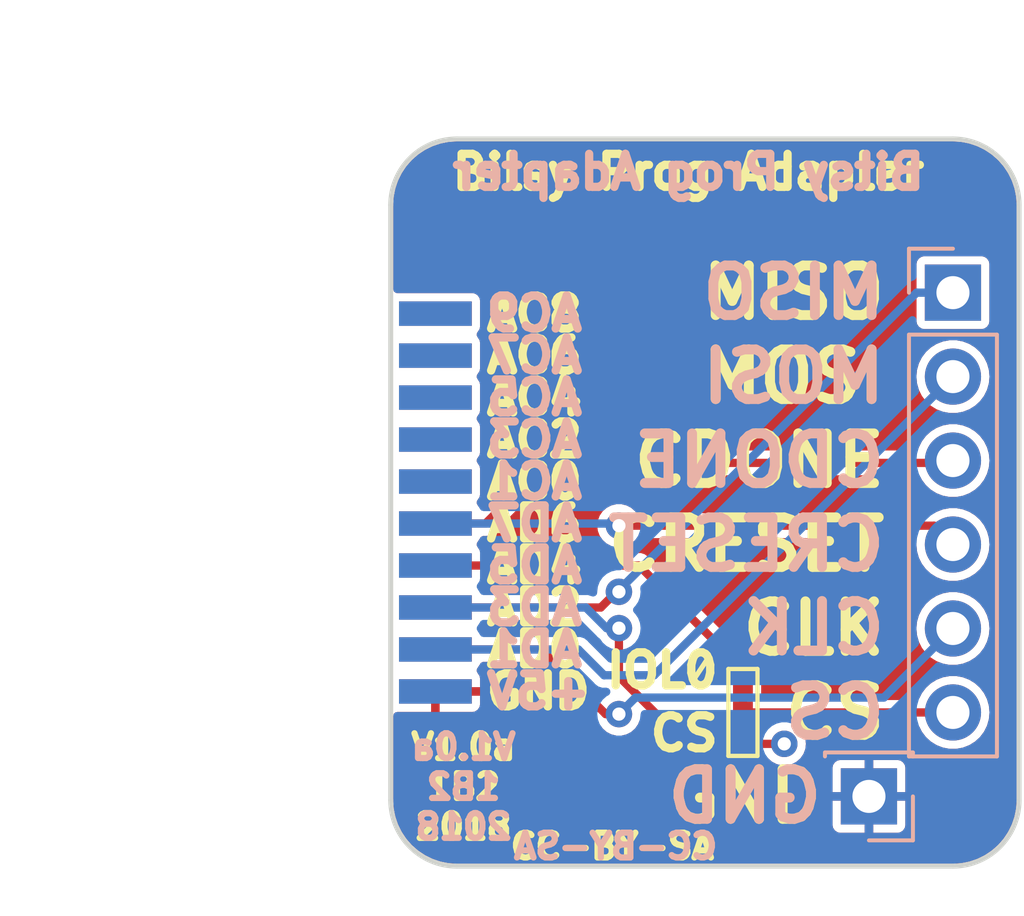
<source format=kicad_pcb>
(kicad_pcb (version 20221018) (generator pcbnew)
  (title_block (title "ftdi bitsy prog adapter") (rev "V1.0a") (company "1BitSquared") (comment 1 "2018 (C) 1BitSquared <info@1bitsquared.com>") (comment 2 "2018 (C) Piotr Esden-Tempski <piotr@esden.net>") (comment 3 "License: CC-BY-SA 4.0"))
  (layers (0 "F.Cu" signal) (31 "B.Cu" signal) (34 "B.Paste" user) (35 "F.Paste" user) (36 "B.SilkS" user "B.Silkscreen") (37 "F.SilkS" user "F.Silkscreen") (38 "B.Mask" user) (39 "F.Mask" user) (44 "Edge.Cuts" user))
  (net 0 "")
  (net 1 "GND")
  (net 2 "+5V")
  (net 3 "/DO")
  (net 4 "/CS")
  (net 5 "/GPIOL1")
  (net 6 "/GPIOL3")
  (net 7 "/SK")
  (net 8 "/DI")
  (net 9 "/GPIOL0")
  (net 10 "/GPIOL2")
  (net 11 "/GPIOH0")
  (net 12 "/GPIOH2")
  (net 13 "/GPIOH4")
  (net 14 "/GPIOH6")
  (net 15 "/GPIOH8")
  (net 16 "/GPIOH1")
  (net 17 "/GPIOH3")
  (net 18 "/GPIOH5")
  (net 19 "/GPIOH7")
  (net 20 "/GPIOH9")
  (footprint "pkl_jumpers:J_0602" (layer "F.Cu") (at 40.65 50.35 -90)
    (fp_text reference "J2")
    (fp_text value "CS")
    (fp_line (start -1.315 -0.44) (end -1.315 0.44) (stroke (width 0.13)) (layer "F.SilkS"))
    (fp_line (start -1.315 -0.44) (end 1.315 -0.44) (stroke (width 0.13)) (layer "F.SilkS"))
    (fp_line (start 1.315 -0.44) (end 1.315 0.44) (stroke (width 0.13)) (layer "F.SilkS"))
    (fp_line (start 1.315 0.44) (end -1.315 0.44) (stroke (width 0.13)) (layer "F.SilkS"))
    (pad "1" smd rect (at -0.85 0 270) (size 0.65 0.6) (layers "F.Cu" "F.Paste" "F.Mask") (net 9 "/GPIOL0"))
    (pad "2" smd rect (at 0 0 270) (size 0.65 0.6) (layers "F.Cu" "F.Paste" "F.Mask") (net 9 "/GPIOL0"))
    (pad "3" smd rect (at 0.85 0 270) (size 0.65 0.6) (layers "F.Cu" "F.Paste" "F.Mask") (net 4 "/CS"))
  )
  (footprint "pkl_samtec:FTSH-EDGE-20pin" (layer "B.Cu") (at 30 44 90)
    (fp_text reference "J1")
    (fp_text value "Conn")
    (pad "1" smd rect (at -5.715 1.35 90) (size 0.74 2.2) (layers "B.Cu" "B.Paste" "B.Mask") (net 2 "+5V"))
    (pad "2" smd rect (at -5.715 1.35 90) (size 0.74 2.2) (layers "F.Cu" "F.Paste" "F.Mask") (net 1 "GND"))
    (pad "3" smd rect (at -4.445 1.35 90) (size 0.74 2.2) (layers "B.Cu" "B.Paste" "B.Mask") (net 3 "/DO"))
    (pad "4" smd rect (at -4.445 1.35 90) (size 0.74 2.2) (layers "F.Cu" "F.Paste" "F.Mask") (net 7 "/SK"))
    (pad "5" smd rect (at -3.175 1.35 90) (size 0.74 2.2) (layers "B.Cu" "B.Paste" "B.Mask") (net 4 "/CS"))
    (pad "6" smd rect (at -3.175 1.35 90) (size 0.74 2.2) (layers "F.Cu" "F.Paste" "F.Mask") (net 8 "/DI"))
    (pad "7" smd rect (at -1.905 1.35 90) (size 0.74 2.2) (layers "B.Cu" "B.Paste" "B.Mask") (net 5 "/GPIOL1"))
    (pad "8" smd rect (at -1.905 1.35 90) (size 0.74 2.2) (layers "F.Cu" "F.Paste" "F.Mask") (net 9 "/GPIOL0"))
    (pad "9" smd rect (at -0.635 1.35 90) (size 0.74 2.2) (layers "B.Cu" "B.Paste" "B.Mask") (net 6 "/GPIOL3"))
    (pad "10" smd rect (at -0.635 1.35 90) (size 0.74 2.2) (layers "F.Cu" "F.Paste" "F.Mask") (net 10 "/GPIOL2"))
    (pad "11" smd rect (at 0.635 1.35 90) (size 0.74 2.2) (layers "B.Cu" "B.Paste" "B.Mask") (net 16 "/GPIOH1"))
    (pad "12" smd rect (at 0.635 1.35 90) (size 0.74 2.2) (layers "F.Cu" "F.Paste" "F.Mask") (net 11 "/GPIOH0"))
    (pad "13" smd rect (at 1.905 1.35 90) (size 0.74 2.2) (layers "B.Cu" "B.Paste" "B.Mask") (net 17 "/GPIOH3"))
    (pad "14" smd rect (at 1.905 1.35 90) (size 0.74 2.2) (layers "F.Cu" "F.Paste" "F.Mask") (net 12 "/GPIOH2"))
    (pad "15" smd rect (at 3.175 1.35 90) (size 0.74 2.2) (layers "B.Cu" "B.Paste" "B.Mask") (net 18 "/GPIOH5"))
    (pad "16" smd rect (at 3.175 1.35 90) (size 0.74 2.2) (layers "F.Cu" "F.Paste" "F.Mask") (net 13 "/GPIOH4"))
    (pad "17" smd rect (at 4.445 1.35 90) (size 0.74 2.2) (layers "B.Cu" "B.Paste" "B.Mask") (net 19 "/GPIOH7"))
    (pad "18" smd rect (at 4.445 1.35 90) (size 0.74 2.2) (layers "F.Cu" "F.Paste" "F.Mask") (net 14 "/GPIOH6"))
    (pad "19" smd rect (at 5.715 1.35 90) (size 0.74 2.2) (layers "B.Cu" "B.Paste" "B.Mask") (net 20 "/GPIOH9"))
    (pad "20" smd rect (at 5.715 1.35 90) (size 0.74 2.2) (layers "F.Cu" "F.Paste" "F.Mask") (net 15 "/GPIOH8"))
  )
  (footprint "Connector_PinSocket_2.54mm:PinSocket_1x01_P2.54mm_Vertical" (layer "B.Cu") (at 44.46 52.89)
    (fp_text reference "J3")
    (fp_text value "GND")
    (fp_line (start -1.33 -1.33) (end 1.33 -1.33) (stroke (width 0.12)) (layer "B.SilkS"))
    (fp_line (start -1.33 -1.21) (end -1.33 -1.33) (stroke (width 0.12)) (layer "B.SilkS"))
    (fp_line (start 0 1.33) (end 1.33 1.33) (stroke (width 0.12)) (layer "B.SilkS"))
    (fp_line (start 1.33 -1.21) (end 1.33 -1.33) (stroke (width 0.12)) (layer "B.SilkS"))
    (fp_line (start 1.33 1.33) (end 1.33 0) (stroke (width 0.12)) (layer "B.SilkS"))
    (pad "1" thru_hole rect (at 0 0) (size 1.7 1.7) (drill 1) (layers "*.Cu" "*.Mask") (net 1 "GND"))
  )
  (footprint "Connector_PinSocket_2.54mm:PinSocket_1x06_P2.54mm_Vertical" (layer "B.Cu") (at 47 37.65 180)
    (fp_text reference "J4")
    (fp_text value "Prog")
    (fp_line (start -1.33 -14.03) (end 1.33 -14.03) (stroke (width 0.12)) (layer "B.SilkS"))
    (fp_line (start -1.33 -1.27) (end -1.33 -14.03) (stroke (width 0.12)) (layer "B.SilkS"))
    (fp_line (start -1.33 -1.27) (end 1.33 -1.27) (stroke (width 0.12)) (layer "B.SilkS"))
    (fp_line (start 0 1.33) (end 1.33 1.33) (stroke (width 0.12)) (layer "B.SilkS"))
    (fp_line (start 1.33 -1.27) (end 1.33 -14.03) (stroke (width 0.12)) (layer "B.SilkS"))
    (fp_line (start 1.33 1.33) (end 1.33 0) (stroke (width 0.12)) (layer "B.SilkS"))
    (pad "1" thru_hole rect (at 0 0 180) (size 1.7 1.7) (drill 1) (layers "*.Cu" "*.Mask") (net 8 "/DI"))
    (pad "2" thru_hole oval (at 0 -2.54 180) (size 1.7 1.7) (drill 1) (layers "*.Cu" "*.Mask") (net 3 "/DO"))
    (pad "3" thru_hole oval (at 0 -5.08 180) (size 1.7 1.7) (drill 1) (layers "*.Cu" "*.Mask") (net 10 "/GPIOL2"))
    (pad "4" thru_hole oval (at 0 -7.62 180) (size 1.7 1.7) (drill 1) (layers "*.Cu" "*.Mask") (net 6 "/GPIOL3"))
    (pad "5" thru_hole oval (at 0 -10.16 180) (size 1.7 1.7) (drill 1) (layers "*.Cu" "*.Mask") (net 7 "/SK"))
    (pad "6" thru_hole oval (at 0 -12.7 180) (size 1.7 1.7) (drill 1) (layers "*.Cu" "*.Mask") (net 9 "/GPIOL0"))
  )
  (gr_line (start 39.2 49.3) (end 39.6 48.7) (stroke (width 0.15)) (layer "F.SilkS"))
  (gr_arc (start 32 55) (mid 30.585786 54.414214) (end 30 53) (stroke (width 0.15)) (layer "Edge.Cuts"))
  (gr_arc (start 30 35) (mid 30.585786 33.585786) (end 32 33) (stroke (width 0.15)) (layer "Edge.Cuts"))
  (gr_line (start 49 35) (end 49 53) (stroke (width 0.15)) (layer "Edge.Cuts"))
  (gr_arc (start 47 33) (mid 48.414214 33.585786) (end 49 35) (stroke (width 0.15)) (layer "Edge.Cuts"))
  (gr_arc (start 49 53) (mid 48.414214 54.414214) (end 47 55) (stroke (width 0.15)) (layer "Edge.Cuts"))
  (gr_line (start 32 33) (end 47 33) (stroke (width 0.15)) (layer "Edge.Cuts"))
  (gr_line (start 30 53) (end 30 35) (stroke (width 0.15)) (layer "Edge.Cuts"))
  (gr_line (start 47 55) (end 32 55) (stroke (width 0.15)) (layer "Edge.Cuts"))
  (gr_text "AC9" (at 32.775 38.285) (layer "B.SilkS") (effects (font (size 1 1) (thickness 0.25)) (justify right mirror)))
  (gr_text "AC7" (at 32.775 39.555) (layer "B.SilkS") (effects (font (size 1 1) (thickness 0.25)) (justify right mirror)))
  (gr_text "AC5" (at 32.775 40.825) (layer "B.SilkS") (effects (font (size 1 1) (thickness 0.25)) (justify right mirror)))
  (gr_text "AC3" (at 32.775 42.095) (layer "B.SilkS") (effects (font (size 1 1) (thickness 0.25)) (justify right mirror)))
  (gr_text "AC1" (at 32.775 43.365) (layer "B.SilkS") (effects (font (size 1 1) (thickness 0.25)) (justify right mirror)))
  (gr_text "AD7" (at 32.775 44.635) (layer "B.SilkS") (effects (font (size 1 1) (thickness 0.25)) (justify right mirror)))
  (gr_text "AD5" (at 32.775 45.905) (layer "B.SilkS") (effects (font (size 1 1) (thickness 0.25)) (justify right mirror)))
  (gr_text "AD3" (at 32.775 47.175) (layer "B.SilkS") (effects (font (size 1 1) (thickness 0.25)) (justify right mirror)))
  (gr_text "AD1" (at 32.775 48.445) (layer "B.SilkS") (effects (font (size 1 1) (thickness 0.25)) (justify right mirror)))
  (gr_text "+5V" (at 32.775 49.715) (layer "B.SilkS") (effects (font (size 1 1) (thickness 0.25)) (justify right mirror)))
  (gr_text "V1.0a\n1B2\n2018" (at 32.2 52.6) (layer "B.SilkS") (effects (font (size 0.75 0.75) (thickness 0.1875)) (justify mirror)))
  (gr_text "CC-BY-SA" (at 36.8 54.4) (layer "B.SilkS") (effects (font (size 0.75 0.75) (thickness 0.1875)) (justify mirror)))
  (gr_text "Bitsy Prog Adapter" (at 39 34) (layer "B.SilkS") (effects (font (size 1 1) (thickness 0.25)) (justify mirror)))
  (gr_text "GND" (at 43.19 52.89) (layer "B.SilkS") (effects (font (size 1.5 1.5) (thickness 0.3)) (justify left mirror)))
  (gr_text "CS" (at 45.095 50.35) (layer "B.SilkS") (effects (font (size 1.5 1.5) (thickness 0.3)) (justify left mirror)))
  (gr_text "CLK" (at 45.095 47.8) (layer "B.SilkS") (effects (font (size 1.5 1.5) (thickness 0.3)) (justify left mirror)))
  (gr_text "CRESET" (at 45.095 45.27) (layer "B.SilkS") (effects (font (size 1.5 1.5) (thickness 0.3)) (justify left mirror)))
  (gr_text "CDONE" (at 45.095 42.73) (layer "B.SilkS") (effects (font (size 1.5 1.5) (thickness 0.3)) (justify left mirror)))
  (gr_text "MOSI" (at 45.095 40.19) (layer "B.SilkS") (effects (font (size 1.5 1.5) (thickness 0.3)) (justify left mirror)))
  (gr_text "MISO" (at 45.095 37.65) (layer "B.SilkS") (effects (font (size 1.5 1.5) (thickness 0.3)) (justify left mirror)))
  (gr_text "GND" (at 32.775 49.715) (layer "F.SilkS") (effects (font (size 1 1) (thickness 0.25)) (justify left)))
  (gr_text "AD0" (at 32.775 48.445) (layer "F.SilkS") (effects (font (size 1 1) (thickness 0.25)) (justify left)))
  (gr_text "AD2" (at 32.775 47.175) (layer "F.SilkS") (effects (font (size 1 1) (thickness 0.25)) (justify left)))
  (gr_text "AD4" (at 32.775 45.905) (layer "F.SilkS") (effects (font (size 1 1) (thickness 0.25)) (justify left)))
  (gr_text "AD6" (at 32.775 44.635) (layer "F.SilkS") (effects (font (size 1 1) (thickness 0.25)) (justify left)))
  (gr_text "AC0" (at 32.775 43.365) (layer "F.SilkS") (effects (font (size 1 1) (thickness 0.25)) (justify left)))
  (gr_text "AC2" (at 32.775 42.095) (layer "F.SilkS") (effects (font (size 1 1) (thickness 0.25)) (justify left)))
  (gr_text "AC4" (at 32.775 40.825) (layer "F.SilkS") (effects (font (size 1 1) (thickness 0.25)) (justify left)))
  (gr_text "AC6" (at 32.775 39.555) (layer "F.SilkS") (effects (font (size 1 1) (thickness 0.25)) (justify left)))
  (gr_text "AC8" (at 32.775 38.285) (layer "F.SilkS") (effects (font (size 1 1) (thickness 0.25)) (justify left)))
  (gr_text "V1.0a\n1B2\n2018" (at 32.2 52.6) (layer "F.SilkS") (effects (font (size 0.75 0.75) (thickness 0.1875))))
  (gr_text "CC-BY-SA" (at 36.7 54.4) (layer "F.SilkS") (effects (font (size 0.75 0.75) (thickness 0.1875))))
  (gr_text "MOSI" (at 45.095 40.19) (layer "F.SilkS") (effects (font (size 1.5 1.5) (thickness 0.3)) (justify right)))
  (gr_text "CDONE" (at 45.095 42.73) (layer "F.SilkS") (effects (font (size 1.5 1.5) (thickness 0.3)) (justify right)))
  (gr_text "CRESET" (at 45.095 45.27) (layer "F.SilkS") (effects (font (size 1.5 1.5) (thickness 0.3)) (justify right)))
  (gr_text "CLK" (at 45.095 47.81) (layer "F.SilkS") (effects (font (size 1.5 1.5) (thickness 0.3)) (justify right)))
  (gr_text "CS" (at 45.095 50.35) (layer "F.SilkS") (effects (font (size 1.5 1.5) (thickness 0.3)) (justify right)))
  (gr_text "GND" (at 43.19 52.89) (layer "F.SilkS") (effects (font (size 1.5 1.5) (thickness 0.3)) (justify right)))
  (gr_text "IOL0" (at 40.015 49.08) (layer "F.SilkS") (effects (font (size 1 1) (thickness 0.25)) (justify right)))
  (gr_text "CS" (at 40.015 50.985) (layer "F.SilkS") (effects (font (size 1 1) (thickness 0.25)) (justify right)))
  (gr_text "MISO" (at 45.095 37.65) (layer "F.SilkS") (effects (font (size 1.5 1.5) (thickness 0.3)) (justify right)))
  (gr_text "Bitsy Prog Adapter" (at 39 34) (layer "F.SilkS") (effects (font (size 1 1) (thickness 0.25))))
  (segment (start 37.964999 49.225001) (end 47 40.19) (width 0.25) (layer "B.Cu") (net 3))
  (segment (start 31.35 48.445) (end 35.671998 48.445) (width 0.25) (layer "B.Cu") (net 3))
  (segment (start 35.671998 48.445) (end 36.451999 49.225001) (width 0.25) (layer "B.Cu") (net 3))
  (segment (start 36.451999 49.225001) (end 37.964999 49.225001) (width 0.25) (layer "B.Cu") (net 3))
  (segment (start 36.9 49.265685) (end 36.9 47.800006) (width 0.25) (layer "F.Cu") (net 4))
  (segment (start 40.65 51.2) (end 38.834315 51.2) (width 0.25) (layer "F.Cu") (net 4))
  (segment (start 38.834315 51.2) (end 36.9 49.265685) (width 0.25) (layer "F.Cu") (net 4))
  (segment (start 40.75 51.3) (end 40.65 51.2) (width 0.25) (layer "F.Cu") (net 4))
  (segment (start 41.9 51.3) (end 40.75 51.3) (width 0.25) (layer "F.Cu") (net 4))
  (via (at 41.9 51.3) (size 0.8) (drill 0.4) (layers "F.Cu" "B.Cu") (net 4))
  (via (at 36.9 47.800006) (size 0.8) (drill 0.4) (layers "F.Cu" "B.Cu") (net 4))
  (segment (start 35.901996 47.175) (end 36.527002 47.800006) (width 0.25) (layer "B.Cu") (net 4))
  (segment (start 36.527002 47.800006) (end 36.9 47.800006) (width 0.25) (layer "B.Cu") (net 4))
  (segment (start 31.35 47.175) (end 35.901996 47.175) (width 0.25) (layer "B.Cu") (net 4))
  (segment (start 47 45.27) (end 46.430004 44.700004) (width 0.25) (layer "F.Cu") (net 6))
  (segment (start 46.430004 44.700004) (end 44.200004 44.700004) (width 0.25) (layer "F.Cu") (net 6))
  (segment (start 44.200004 44.700004) (end 36.9 44.700004) (width 0.25) (layer "F.Cu") (net 6))
  (via (at 36.9 44.700004) (size 0.8) (drill 0.4) (layers "F.Cu" "B.Cu") (net 6))
  (segment (start 36.834996 44.635) (end 36.9 44.700004) (width 0.25) (layer "B.Cu") (net 6))
  (segment (start 31.35 44.635) (end 36.834996 44.635) (width 0.25) (layer "B.Cu") (net 6))
  (segment (start 34.545 48.445) (end 36.5 50.4) (width 0.25) (layer "F.Cu") (net 7))
  (segment (start 36.5 50.4) (end 36.900004 50.4) (width 0.25) (layer "F.Cu") (net 7))
  (segment (start 31.35 48.445) (end 34.545 48.445) (width 0.25) (layer "F.Cu") (net 7))
  (via (at 36.900004 50.4) (size 0.8) (drill 0.4) (layers "F.Cu" "B.Cu") (net 7))
  (segment (start 44.909999 49.900001) (end 37.400003 49.900001) (width 0.25) (layer "B.Cu") (net 7))
  (segment (start 47 47.81) (end 44.909999 49.900001) (width 0.25) (layer "B.Cu") (net 7))
  (segment (start 37.400003 49.900001) (end 36.900004 50.4) (width 0.25) (layer "B.Cu") (net 7))
  (segment (start 36.826996 46.7) (end 36.9 46.7) (width 0.25) (layer "F.Cu") (net 8))
  (segment (start 36.351996 47.175) (end 36.826996 46.7) (width 0.25) (layer "F.Cu") (net 8))
  (segment (start 31.35 47.175) (end 36.351996 47.175) (width 0.25) (layer "F.Cu") (net 8))
  (via (at 36.9 46.7) (size 0.8) (drill 0.4) (layers "F.Cu" "B.Cu") (net 8))
  (segment (start 47 37.65) (end 45.9 37.65) (width 0.25) (layer "B.Cu") (net 8))
  (segment (start 36.9 46.65) (end 36.9 46.7) (width 0.25) (layer "B.Cu") (net 8))
  (segment (start 45.9 37.65) (end 36.9 46.65) (width 0.25) (layer "B.Cu") (net 8))
  (segment (start 37.505 45.905) (end 40.65 49.05) (width 0.25) (layer "F.Cu") (net 9))
  (segment (start 40.65 49.5) (end 40.65 50.35) (width 0.25) (layer "F.Cu") (net 9))
  (segment (start 40.65 49.05) (end 40.65 49.5) (width 0.25) (layer "F.Cu") (net 9))
  (segment (start 40.65 50.35) (end 47 50.35) (width 0.25) (layer "F.Cu") (net 9))
  (segment (start 31.35 45.905) (end 37.505 45.905) (width 0.25) (layer "F.Cu") (net 9))
  (segment (start 31.35 44.635) (end 32.865 44.635) (width 0.25) (layer "F.Cu") (net 10))
  (segment (start 34.7 42.8) (end 46.93 42.8) (width 0.25) (layer "F.Cu") (net 10))
  (segment (start 46.93 42.8) (end 47 42.73) (width 0.25) (layer "F.Cu") (net 10))
  (segment (start 32.865 44.635) (end 34.7 42.8) (width 0.25) (layer "F.Cu") (net 10))
  (zone (net 1) (net_name "GND") (layer "F.Cu") (connect_pads (clearance 0.25)) (min_thickness 0.25) (fill yes (thermal_gap 0.25) (thermal_bridge_width 0.26))
    (polygon (pts (xy 30 33) (xy 49 33) (xy 49 55) (xy 30 55)))
  )
  (zone (net 1) (net_name "GND") (layer "B.Cu") (connect_pads (clearance 0.25)) (min_thickness 0.25) (fill yes (thermal_gap 0.25) (thermal_bridge_width 0.26))
    (polygon (pts (xy 30 33) (xy 49 33) (xy 49 55) (xy 30 55)))
  )
)
</source>
